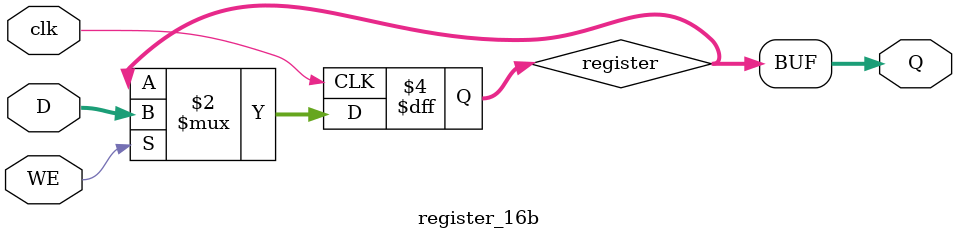
<source format=sv>


module register_16b(
    input logic clk,
    input logic WE,
    input logic [15:0] D,
    output logic [15:0] Q
    );
    
    logic [15:0] register;
    
    always@(posedge clk) begin
        if (WE) begin
            register <= D;
        end
    end
    
    assign Q = register;
    
endmodule
</source>
